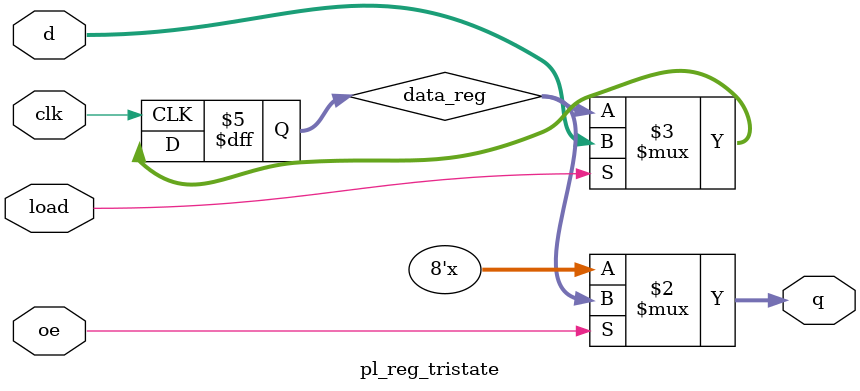
<source format=sv>
module pl_reg_tristate #(parameter W=8) (
    input clk, oe, load,
    input [W-1:0] d,
    output [W-1:0] q
);
reg [W-1:0] data_reg;
always @(posedge clk)
    if (load) data_reg <= d;
assign q = oe ? data_reg : {W{1'bz}};
endmodule
</source>
